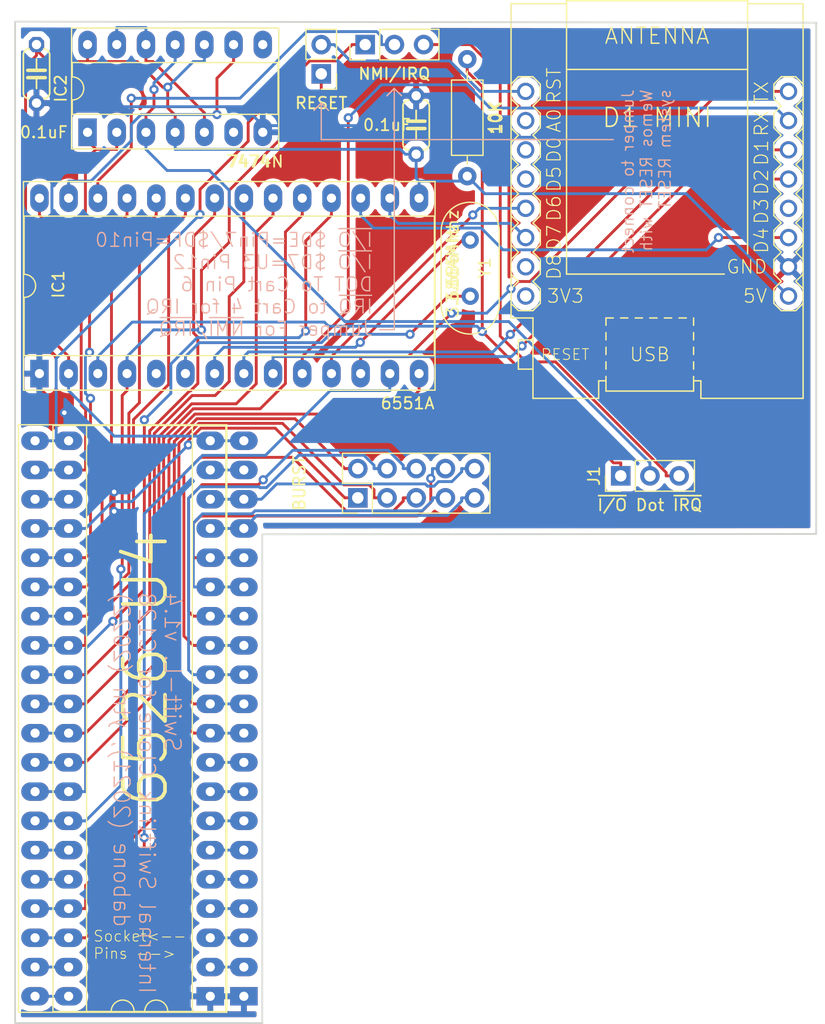
<source format=kicad_pcb>
(kicad_pcb (version 20211014) (generator pcbnew)
  (layers (0 "F.Cu" signal) (31 "B.Cu" signal) (34 "B.Paste" user) (35 "F.Paste" user) (36 "B.SilkS" user "B.Silkscreen") (37 "F.SilkS" user "F.Silkscreen") (38 "B.Mask" user) (39 "F.Mask" user) (44 "Edge.Cuts" user))
  (net 0 "")
  (net 1 "/~{I{slash}O}")
  (net 2 "/~{RESET}")
  (net 4 "GND")
  (net 5 "+5V")
  (net 6 "Net-(IC1-Pad6)")
  (net 7 "Net-(IC1-Pad7)")
  (net 8 "/RTS")
  (net 9 "/CTS")
  (net 10 "/TxD")
  (net 11 "/DTR")
  (net 12 "/RxD")
  (net 13 "/RS0")
  (net 14 "/RS1")
  (net 15 "/DCD")
  (net 16 "/DSR")
  (net 17 "/D0")
  (net 18 "/D1")
  (net 19 "/D2")
  (net 20 "/D3")
  (net 21 "/D4")
  (net 22 "/D5")
  (net 23 "/D6")
  (net 24 "/D7")
  (net 25 "/~{IRQB}")
  (net 26 "Net-(IC1-Pad27)")
  (net 27 "/R{slash}~{W}")
  (net 28 "/PHI2")
  (net 29 "/DotClock")
  (net 30 "Net-(IC2-Pad12)")
  (net 33 "/PA0")
  (net 34 "/PA1")
  (net 35 "/PA2")
  (net 36 "/PA3")
  (net 37 "/PA4")
  (net 38 "/PA5")
  (net 39 "/PA6")
  (net 40 "/PA7")
  (net 41 "/PB0")
  (net 42 "/PB1")
  (net 43 "/PB2")
  (net 44 "/PB3")
  (net 45 "/PB4")
  (net 46 "/PB5")
  (net 47 "/PB6")
  (net 48 "/PB7")
  (net 49 "/~{PC}")
  (net 50 "/TOD")
  (net 51 "/~{NMI}")
  (net 52 "/~{CS}")
  (net 53 "/~{FLAG}")
  (net 54 "/RS3")
  (net 55 "/RS2")
  (net 56 "/SP")
  (net 57 "/CNT")
  (net 64 "/~{IRQ}")
  (net 65 "/~{RESET_WiFi}")
  (footprint "Package_DIP:DIP-40_W15.24mm_Socket_LongPads" (layer "F.Cu") (at 133.223 146.177 180)
    (fp_text reference "IC3" hide)
    (fp_text value "6526")
  )
  (footprint "Connector_PinHeader_2.54mm:PinHeader_1x03_P2.54mm_Vertical" (layer "F.Cu") (at 146.7 63.5 90)
    (fp_text reference "JP1" hide)
    (fp_text value "NMI/IRQ")
  )
  (footprint "Package_DIP:DIP-14_W7.62mm_Socket_LongPads" (layer "F.Cu") (at 122.55 71.12 90)
    (fp_text reference "IC2")
    (fp_text value "7474N")
  )
  (footprint "Package_DIP:DIP-28_W15.24mm_Socket_LongPads" (layer "F.Cu") (at 118.364 92.08 90)
    (fp_text reference "IC1")
    (fp_text value "6551")
  )
  (footprint "Package_DIP:DIP-40_W15.24mm_LongPads" (layer "F.Cu") (at 136.144 146.177 180)
    (fp_text reference "IC4" hide)
    (fp_text value "6526")
  )
  (footprint "Link232-wifi:WEMOS-D1-MINI" (layer "F.Cu") (at 172.085 77.089)
    (fp_text reference "NODEMCUMINI0" hide)
    (fp_text value "WEMOS-D1-MINI" hide)
  )
  (footprint "Link232-wifi:C050-024X044" (layer "F.Cu") (at 151.13 70.485 90)
    (fp_text reference "C1" hide)
    (fp_text value ".1uf")
  )
  (footprint "Crystal:Crystal_HC49-4H_Vertical" (layer "F.Cu") (at 155.829 80.481 -90)
    (fp_text reference "Y1")
    (fp_text value "3.6864Mhz")
  )
  (footprint "Connector_PinHeader_2.54mm:PinHeader_1x02_P2.54mm_Vertical" (layer "F.Cu") (at 142.875 66.045 180)
    (fp_text reference "J3" hide)
    (fp_text value "RESET")
  )
  (footprint "Resistor_THT:R_Axial_DIN0207_L6.3mm_D2.5mm_P10.16mm_Horizontal" (layer "F.Cu") (at 155.575 74.93 90)
    (fp_text reference "R1" hide)
    (fp_text value "10K")
  )
  (footprint "Link232-wifi:C050-024X044" (layer "F.Cu") (at 118.11 66.04 -90)
    (fp_text reference "C2" hide)
    (fp_text value ".1uf")
  )
  (footprint "Connector_PinHeader_2.54mm:PinHeader_1x03_P2.54mm_Vertical" (layer "F.Cu") (at 168.925 100.965 90)
    (fp_text reference "J1")
    (fp_text value "Conn_01x03" hide)
  )
  (footprint "Connector_PinHeader_2.54mm:PinHeader_2x05_P2.54mm_Vertical" (layer "F.Cu") (at 146.055 102.875 90)
    (fp_text reference "J2" hide)
    (fp_text value "BURST")
  )
  (gr_line (start 149.225 67.31) (end 148.59 67.945) (layer "B.SilkS") (width 0.12))
  (gr_line (start 142.24 69.215) (end 142.875 68.58) (layer "B.SilkS") (width 0.12))
  (gr_line (start 149.225 88.265) (end 149.225 67.31) (layer "B.SilkS") (width 0.12))
  (gr_line (start 142.875 68.58) (end 142.24 69.215) (layer "B.SilkS") (width 0.12))
  (gr_line (start 149.86 67.945) (end 149.225 67.31) (layer "B.SilkS") (width 0.12))
  (gr_line (start 148.59 67.945) (end 149.225 67.31) (layer "B.SilkS") (width 0.12))
  (gr_line (start 142.875 71.755) (end 142.875 68.58) (layer "B.SilkS") (width 0.12))
  (gr_line (start 168.275 71.755) (end 142.875 71.755) (layer "B.SilkS") (width 0.12))
  (gr_line (start 147.955 88.265) (end 149.225 88.265) (layer "B.SilkS") (width 0.12))
  (gr_line (start 143.51 69.215) (end 142.875 68.58) (layer "B.SilkS") (width 0.12))
  (gr_line (start 116.2511 61.5036) (end 116.2511 148.5036) (layer "Edge.Cuts") (width 0.1524))
  (gr_line (start 137.7511 148.5036) (end 137.7511 106.045) (layer "Edge.Cuts") (width 0.1524))
  (gr_line (start 185.928 106.0134) (end 185.928 61.595) (layer "Edge.Cuts") (width 0.1524))
  (gr_line (start 137.7511 106.045) (end 185.928 106.0134) (layer "Edge.Cuts") (width 0.1524))
  (gr_line (start 116.2511 148.5036) (end 137.7511 148.5036) (layer "Edge.Cuts") (width 0.1524))
  (gr_line (start 185.928 61.595) (end 116.2511 61.5036) (layer "Edge.Cuts") (width 0.1524))
  (gr_text "Jumper to connect\nWemos RESET with\nsystem RESET\n" (at 173.355 67.31 90) (layer "B.SilkS") (effects (font (size 1 1) (thickness 0.12)) (justify left bottom mirror)))
  (gr_text "~{I/O} $DE=Pin7/$DF=Pin10\n~{I/O} $D7=U3 Pin12\nDOT To Cart Pin 6 \n~{IRQ} to Cart 4 for IRQ\nJumper For ~{NMI}/~{IRQ}\n" (at 147.447 88.9) (layer "B.SilkS") (effects (font (size 1.2 1.2) (thickness 0.12)) (justify left bottom mirror)))
  (gr_text "Swift-L. v1.4\nInternal Swiftlink Clone for C128\ndabone (2021), ytm (2022)" (at 130.7511 111.0036 -90) (layer "B.SilkS") (effects (font (size 1.38 1.38) (thickness 0.12)) (justify right top mirror)))
  (gr_text "BURST" (at 140.97 101.6 90) (layer "F.SilkS") (effects (font (size 1 1))))
  (gr_text "0.1uF" (at 148.59 70.485) (layer "F.SilkS") (effects (font (size 1 1))))
  (gr_text "0.1uF" (at 118.745 71.12) (layer "F.SilkS") (effects (font (size 1 1))))
  (gr_text "NMI/IRQ" (at 149.225 66.04) (layer "F.SilkS") (effects (font (size 1 1))))
  (gr_text "6526 U4" (at 129.7511 130.0036 90) (layer "F.SilkS") (effects (font (size 3.68 3.68) (thickness 0.32)) (justify left bottom)))
  (gr_text "6551A" (at 147.955 95.25) (layer "F.SilkS") (effects (font (size 1 1)) (justify left bottom)))
  (gr_text "RESET" (at 142.875 68.58) (layer "F.SilkS") (effects (font (size 1 1))))
  (gr_text "7474" (at 136.525 73.66) (layer "F.SilkS") (effects (font (size 1 1))))
  (gr_text "Socket<--\nPins -->" (at 123.0011 143.0036) (layer "F.SilkS") (effects (font (size 0.93472 0.93472) (thickness 0.08128)) (justify left bottom)))
  (gr_text "3.6864Mhz" (at 154.305 81.915 90) (layer "F.SilkS") (effects (font (size 1 1))))
  (gr_text "10K" (at 158.115 69.85 90) (layer "F.SilkS") (effects (font (size 1 1))))
  (segment (start 156.8794 88.4222) (end 168.2945 99.8373) (width 0.25) (layer "F.Cu") (net 1))
  (segment (start 155.575 64.77) (end 155.575 65.8477) (width 0.25) (layer "F.Cu") (net 1))
  (segment (start 156.8794 67.1521) (end 155.575 65.8477) (width 0.25) (layer "F.Cu") (net 1))
  (segment (start 168.2945 99.8373) (end 168.925 99.8373) (width 0.25) (layer "F.Cu") (net 1))
  (segment (start 156.8794 88.4222) (end 156.8794 67.1521) (width 0.25) (layer "F.Cu") (net 1))
  (segment (start 168.925 100.965) (end 168.925 99.8373) (width 0.25) (layer "F.Cu") (net 1))
  (via (at 156.8794 88.4222) (size 0.8) (drill 0.4) (layers "F.Cu" "B.Cu") (net 1))
  (segment (start 123.444 92.08) (end 123.444 90.6023) (width 0.25) (layer "B.Cu") (net 1))
  (segment (start 143.1489 87.6058) (end 126.4405 87.6058) (width 0.25) (layer "B.Cu") (net 1))
  (segment (start 126.4405 87.6058) (end 123.444 90.6023) (width 0.25) (layer "B.Cu") (net 1))
  (segment (start 156.4211 87.9639) (end 143.507 87.9639) (width 0.25) (layer "B.Cu") (net 1))
  (segment (start 143.507 87.9639) (end 143.1489 87.6058) (width 0.25) (layer "B.Cu") (net 1))
  (segment (start 156.8794 88.4222) (end 156.4211 87.9639) (width 0.25) (layer "B.Cu") (net 1))
  (segment (start 125.5641 108.9516) (end 125.4464 109.0693) (width 0.25) (layer "F.Cu") (net 2))
  (segment (start 134.874 76.1548) (end 142.875 68.1538) (width 0.25) (layer "F.Cu") (net 2))
  (segment (start 125.984 92.08) (end 125.984 93.5577) (width 0.25) (layer "F.Cu") (net 2))
  (segment (start 125.5641 93.9776) (end 125.5641 108.9516) (width 0.25) (layer "F.Cu") (net 2))
  (segment (start 134.874 80.6748) (end 134.874 76.1548) (width 0.25) (layer "F.Cu") (net 2))
  (segment (start 125.984 93.5577) (end 125.5641 93.9776) (width 0.25) (layer "F.Cu") (net 2))
  (segment (start 142.875 68.1538) (end 142.875 66.045) (width 0.25) (layer "F.Cu") (net 2))
  (segment (start 132.4561 83.0927) (end 134.874 80.6748) (width 0.25) (layer "F.Cu") (net 2))
  (segment (start 132.4561 88.2835) (end 132.4561 83.0927) (width 0.25) (layer "F.Cu") (net 2))
  (via (at 125.4464 109.0693) (size 0.8) (drill 0.4) (layers "F.Cu" "B.Cu") (net 2))
  (via (at 132.4561 88.2835) (size 0.8) (drill 0.4) (layers "F.Cu" "B.Cu") (net 2))
  (segment (start 125.984 92.08) (end 125.984 90.6023) (width 0.25) (layer "B.Cu") (net 2))
  (segment (start 125.984 90.6023) (end 128.3028 88.2835) (width 0.25) (layer "B.Cu") (net 2))
  (segment (start 117.983 130.937) (end 120.904 130.937) (width 0.25) (layer "B.Cu") (net 2))
  (segment (start 122.3817 130.937) (end 125.4464 127.8723) (width 0.25) (layer "B.Cu") (net 2))
  (segment (start 128.3028 88.2835) (end 132.4561 88.2835) (width 0.25) (layer "B.Cu") (net 2))
  (segment (start 125.4464 127.8723) (end 125.4464 109.0693) (width 0.25) (layer "B.Cu") (net 2))
  (segment (start 120.904 130.937) (end 122.3817 130.937) (width 0.25) (layer "B.Cu") (net 2))
  (segment (start 118.6087 93.5577) (end 120.5296 95.4786) (width 0.25) (layer "F.Cu") (net 4))
  (segment (start 118.364 92.08) (end 118.364 93.5577) (width 0.25) (layer "F.Cu") (net 4))
  (segment (start 124.8622 102.3591) (end 124.8622 104.0544) (width 0.25) (layer "F.Cu") (net 4))
  (segment (start 118.364 93.5577) (end 118.6087 93.5577) (width 0.25) (layer "F.Cu") (net 4))
  (via (at 124.8622 102.3591) (size 0.8) (drill 0.4) (layers "F.Cu" "B.Cu") (net 4))
  (via (at 124.8622 104.0544) (size 0.8) (drill 0.4) (layers "F.Cu" "B.Cu") (net 4))
  (via (at 120.5296 95.4786) (size 0.8) (drill 0.4) (layers "F.Cu" "B.Cu") (net 4))
  (segment (start 124.8622 102.3591) (end 124.8622 99.8112) (width 0.25) (layer "B.Cu") (net 4))
  (segment (start 151.13 67.945) (end 150.1906 67.945) (width 0.25) (layer "B.Cu") (net 4))
  (segment (start 133.223 146.177) (end 131.7453 146.177) (width 0.25) (layer "B.Cu") (net 4))
  (segment (start 137.79 71.12) (end 137.79 70.5209) (width 0.25) (layer "B.Cu") (net 4))
  (segment (start 126.8025 105.9947) (end 126.8025 141.2342) (width 0.25) (layer "B.Cu") (net 4))
  (segment (start 119.3681 68.8987) (end 119.4505 68.8987) (width 0.25) (layer "B.Cu") (net 4))
  (segment (start 147.595 70.5406) (end 150.1906 67.945) (width 0.25) (layer "B.Cu") (net 4))
  (segment (start 155.6764 71.552) (end 152.0694 67.945) (width 0.25) (layer "B.Cu") (net 4))
  (segment (start 136.144 146.177) (end 133.223 146.177) (width 0.25) (layer "B.Cu") (net 4))
  (segment (start 126.8025 141.2342) (end 131.7453 146.177) (width 0.25) (layer "B.Cu") (net 4))
  (segment (start 137.8097 70.5406) (end 147.595 70.5406) (width 0.25) (layer "B.Cu") (net 4))
  (segment (start 119.0494 68.58) (end 119.3681 68.8987) (width 0.25) (layer "B.Cu") (net 4))
  (segment (start 136.1678 68.8987) (end 137.79 70.5209) (width 0.25) (layer "B.Cu") (net 4))
  (segment (start 119.4505 78.2843) (end 118.364 79.3708) (width 0.25) (layer "B.Cu") (net 4))
  (segment (start 124.8622 104.0544) (end 126.8025 105.9947) (width 0.25) (layer "B.Cu") (net 4))
  (segment (start 183.515 82.804) (end 172.263 71.552) (width 0.25) (layer "B.Cu") (net 4))
  (segment (start 118.364 79.3708) (end 118.364 92.08) (width 0.25) (layer "B.Cu") (net 4))
  (segment (start 151.13 67.945) (end 152.0694 67.945) (width 0.25) (layer "B.Cu") (net 4))
  (segment (start 119.4505 68.8987) (end 136.1678 68.8987) (width 0.25) (layer "B.Cu") (net 4))
  (segment (start 172.263 71.552) (end 155.6764 71.552) (width 0.25) (layer "B.Cu") (net 4))
  (segment (start 137.79 70.5209) (end 137.8097 70.5406) (width 0.25) (layer "B.Cu") (net 4))
  (segment (start 124.8622 99.8112) (end 120.5296 95.4786) (width 0.25) (layer "B.Cu") (net 4))
  (segment (start 118.11 68.58) (end 119.0494 68.58) (width 0.25) (layer "B.Cu") (net 4))
  (segment (start 119.4505 68.8987) (end 119.4505 78.2843) (width 0.25) (layer "B.Cu") (net 4))
  (segment (start 129.5226 67.1995) (end 129.5226 68.9949) (width 0.25) (layer "F.Cu") (net 5))
  (segment (start 118.11 63.9697) (end 118.11 64.4394) (width 0.25) (layer "F.Cu") (net 5))
  (segment (start 120.904 92.08) (end 120.904 90.6023) (width 0.25) (layer "F.Cu") (net 5))
  (segment (start 118.11 63.5) (end 118.11 63.9697) (width 0.25) (layer "F.Cu") (net 5))
  (segment (start 118.11 64.4394) (end 117.1599 65.3895) (width 0.25) (layer "F.Cu") (net 5))
  (segment (start 129.5226 68.9949) (end 130.17 69.6423) (width 0.25) (layer "F.Cu") (net 5))
  (segment (start 117.1599 86.8582) (end 120.904 90.6023) (width 0.25) (layer "F.Cu") (net 5))
  (segment (start 129.5226 67.1995) (end 129.0862 67.1995) (width 0.25) (layer "F.Cu") (net 5))
  (segment (start 126.8644 64.9777) (end 122.55 64.9777) (width 0.25) (layer "F.Cu") (net 5))
  (segment (start 118.11 63.9697) (end 119.118 64.9777) (width 0.25) (layer "F.Cu") (net 5))
  (segment (start 129.0862 67.1995) (end 126.8644 64.9777) (width 0.25) (layer "F.Cu") (net 5))
  (segment (start 122.55 63.5) (end 122.55 64.9777) (width 0.25) (layer "F.Cu") (net 5))
  (segment (start 130.17 71.12) (end 130.17 69.6423) (width 0.25) (layer "F.Cu") (net 5))
  (segment (start 117.1599 65.3895) (end 117.1599 86.8582) (width 0.25) (layer "F.Cu") (net 5))
  (segment (start 119.118 64.9777) (end 122.55 64.9777) (width 0.25) (layer "F.Cu") (net 5))
  (via (at 129.5226 67.1995) (size 0.8) (drill 0.4) (layers "F.Cu" "B.Cu") (net 5))
  (segment (start 120.904 92.08) (end 120.904 93.5577) (width 0.25) (layer "B.Cu") (net 5))
  (segment (start 120.904 93.5577) (end 124.8603 97.514) (width 0.25) (layer "B.Cu") (net 5))
  (segment (start 132.71 63.5) (end 132.71 64.9777) (width 0.25) (layer "B.Cu") (net 5))
  (segment (start 131.7444 64.9777) (end 129.5226 67.1995) (width 0.25) (layer "B.Cu") (net 5))
  (segment (start 130.17 71.12) (end 130.17 72.5977) (width 0.25) (layer "B.Cu") (net 5))
  (segment (start 151.13 73.025) (end 150.1906 73.025) (width 0.25) (layer "B.Cu") (net 5))
  (segment (start 136.144 97.917) (end 134.6663 97.917) (width 0.25) (layer "B.Cu") (net 5))
  (segment (start 174.625 76.454) (end 183.515 85.344) (width 0.25) (layer "B.Cu") (net 5))
  (segment (start 151.13 73.025) (end 151.13 75.1083) (width 0.25) (layer "B.Cu") (net 5))
  (segment (start 155.575 74.93) (end 155.1427 75.3623) (width 0.25) (layer "B.Cu") (net 5))
  (segment (start 124.8603 97.514) (end 132.82 97.514) (width 0.25) (layer "B.Cu") (net 5))
  (segment (start 133.223 97.917) (end 134.6663 97.917) (width 0.25) (layer "B.Cu") (net 5))
  (segment (start 151.13 75.1083) (end 151.384 75.3623) (width 0.25) (layer "B.Cu") (net 5))
  (segment (start 157.099 76.454) (end 174.625 76.454) (width 0.25) (layer "B.Cu") (net 5))
  (segment (start 155.1427 75.3623) (end 151.384 75.3623) (width 0.25) (layer "B.Cu") (net 5))
  (segment (start 155.575 74.93) (end 157.099 76.454) (width 0.25) (layer "B.Cu") (net 5))
  (segment (start 132.71 64.9777) (end 131.7444 64.9777) (width 0.25) (layer "B.Cu") (net 5))
  (segment (start 132.82 97.514) (end 133.223 97.917) (width 0.25) (layer "B.Cu") (net 5))
  (segment (start 151.384 76.84) (end 151.384 75.3623) (width 0.25) (layer "B.Cu") (net 5))
  (segment (start 130.17 72.5977) (end 149.7633 72.5977) (width 0.25) (layer "B.Cu") (net 5))
  (segment (start 149.7633 72.5977) (end 150.1906 73.025) (width 0.25) (layer "B.Cu") (net 5))
  (segment (start 155.829 85.361) (end 153.9061 85.361) (width 0.25) (layer "F.Cu") (net 6))
  (segment (start 153.9061 85.361) (end 150.5986 88.6685) (width 0.25) (layer "F.Cu") (net 6))
  (via (at 150.5986 88.6685) (size 0.8) (drill 0.4) (layers "F.Cu" "B.Cu") (net 6))
  (segment (start 132.272 89.3943) (end 132.272 89.3942) (width 0.25) (layer "B.Cu") (net 6))
  (segment (start 131.064 90.6023) (end 132.272 89.3943) (width 0.25) (layer "B.Cu") (net 6))
  (segment (start 142.8973 89.3942) (end 143.623 88.6685) (width 0.25) (layer "B.Cu") (net 6))
  (segment (start 131.064 92.08) (end 131.064 90.6023) (width 0.25) (layer "B.Cu") (net 6))
  (segment (start 143.623 88.6685) (end 150.5986 88.6685) (width 0.25) (layer "B.Cu") (net 6))
  (segment (start 132.272 89.3942) (end 142.8973 89.3942) (width 0.25) (layer "B.Cu") (net 6))
  (segment (start 155.1583 80.481) (end 146.2718 89.3675) (width 0.25) (layer "F.Cu") (net 7))
  (segment (start 155.829 80.481) (end 155.1583 80.481) (width 0.25) (layer "F.Cu") (net 7))
  (via (at 146.2718 89.3675) (size 0.8) (drill 0.4) (layers "F.Cu" "B.Cu") (net 7))
  (segment (start 145.8424 89.7969) (end 134.4094 89.7969) (width 0.25) (layer "B.Cu") (net 7))
  (segment (start 133.604 92.08) (end 133.604 90.6023) (width 0.25) (layer "B.Cu") (net 7))
  (segment (start 134.4094 89.7969) (end 133.604 90.6023) (width 0.25) (layer "B.Cu") (net 7))
  (segment (start 146.2718 89.3675) (end 145.8424 89.7969) (width 0.25) (layer "B.Cu") (net 7))
  (segment (start 175.3586 72.644) (end 159.3249 88.6777) (width 0.25) (layer "F.Cu") (net 8))
  (segment (start 183.515 72.644) (end 175.3586 72.644) (width 0.25) (layer "F.Cu") (net 8))
  (via (at 159.3249 88.6777) (size 0.8) (drill 0.4) (layers "F.Cu" "B.Cu") (net 8))
  (segment (start 157.803 90.1996) (end 159.3249 88.6777) (width 0.25) (layer "B.Cu") (net 8))
  (segment (start 136.5467 90.1996) (end 157.803 90.1996) (width 0.25) (layer "B.Cu") (net 8))
  (segment (start 136.144 90.6023) (end 136.5467 90.1996) (width 0.25) (layer "B.Cu") (net 8))
  (segment (start 136.144 92.08) (end 136.144 90.6023) (width 0.25) (layer "B.Cu") (net 8))
  (segment (start 183.515 75.184) (end 174.844 75.184) (width 0.25) (layer "F.Cu") (net 9))
  (segment (start 174.844 75.184) (end 160.3414 89.6866) (width 0.25) (layer "F.Cu") (net 9))
  (via (at 160.3414 89.6866) (size 0.8) (drill 0.4) (layers "F.Cu" "B.Cu") (net 9))
  (segment (start 159.4257 90.6023) (end 160.3414 89.6866) (width 0.25) (layer "B.Cu") (net 9))
  (segment (start 138.684 90.6023) (end 159.4257 90.6023) (width 0.25) (layer "B.Cu") (net 9))
  (segment (start 138.684 92.08) (end 138.684 90.6023) (width 0.25) (layer "B.Cu") (net 9))
  (segment (start 145.2262 86.6001) (end 145.2262 69.8629) (width 0.25) (layer "F.Cu") (net 10))
  (segment (start 141.224 92.08) (end 141.224 90.6023) (width 0.25) (layer "F.Cu") (net 10))
  (segment (start 141.224 90.6023) (end 145.2262 86.6001) (width 0.25) (layer "F.Cu") (net 10))
  (via (at 145.2262 69.8629) (size 0.8) (drill 0.4) (layers "F.Cu" "B.Cu") (net 10))
  (segment (start 182.4226 69.0116) (end 157.5666 69.0116) (width 0.25) (layer "B.Cu") (net 10))
  (segment (start 148.0963 66.9928) (end 145.2262 69.8629) (width 0.25) (layer "B.Cu") (net 10))
  (segment (start 157.5666 69.0116) (end 155.5478 66.9928) (width 0.25) (layer "B.Cu") (net 10))
  (segment (start 155.5478 66.9928) (end 148.0963 66.9928) (width 0.25) (layer "B.Cu") (net 10))
  (segment (start 183.515 70.104) (end 182.4226 69.0116) (width 0.25) (layer "B.Cu") (net 10))
  (segment (start 156.056 78.3103) (end 156.056 78.299) (width 0.25) (layer "F.Cu") (net 11))
  (segment (start 143.764 90.6023) (end 156.056 78.3103) (width 0.25) (layer "F.Cu") (net 11))
  (segment (start 143.764 92.08) (end 143.764 90.6023) (width 0.25) (layer "F.Cu") (net 11))
  (via (at 156.056 78.299) (size 0.8) (drill 0.4) (layers "F.Cu" "B.Cu") (net 11))
  (segment (start 156.631 77.724) (end 156.056 78.299) (width 0.25) (layer "B.Cu") (net 11))
  (segment (start 160.655 77.724) (end 156.631 77.724) (width 0.25) (layer "B.Cu") (net 11))
  (segment (start 146.304 92.08) (end 146.304 90.6023) (width 0.25) (layer "F.Cu") (net 12))
  (segment (start 154.2013 86.8317) (end 150.4307 90.6023) (width 0.25) (layer "F.Cu") (net 12))
  (segment (start 160.0084 84.0814) (end 159.3776 84.7122) (width 0.25) (layer "F.Cu") (net 12))
  (segment (start 161.0382 84.0814) (end 160.0084 84.0814) (width 0.25) (layer "F.Cu") (net 12))
  (segment (start 177.5556 67.564) (end 161.0382 84.0814) (width 0.25) (layer "F.Cu") (net 12))
  (segment (start 183.515 67.564) (end 177.5556 67.564) (width 0.25) (layer "F.Cu") (net 12))
  (segment (start 150.4307 90.6023) (end 146.304 90.6023) (width 0.25) (layer "F.Cu") (net 12))
  (via (at 159.3776 84.7122) (size 0.8) (drill 0.4) (layers "F.Cu" "B.Cu") (net 12))
  (via (at 154.2013 86.8317) (size 0.8) (drill 0.4) (layers "F.Cu" "B.Cu") (net 12))
  (segment (start 157.2581 86.8317) (end 154.2013 86.8317) (width 0.25) (layer "B.Cu") (net 12))
  (segment (start 159.3776 84.7122) (end 157.2581 86.8317) (width 0.25) (layer "B.Cu") (net 12))
  (segment (start 122.3817 141.097) (end 127.4802 135.9985) (width 0.25) (layer "F.Cu") (net 13))
  (segment (start 127.4802 135.9985) (end 127.4802 132.4005) (width 0.25) (layer "F.Cu") (net 13))
  (segment (start 120.904 141.097) (end 122.3817 141.097) (width 0.25) (layer "F.Cu") (net 13))
  (via (at 127.4802 132.4005) (size 0.8) (drill 0.4) (layers "F.Cu" "B.Cu") (net 13))
  (segment (start 132.5534 99.187) (end 138.0212 99.187) (width 0.25) (layer "B.Cu") (net 13))
  (segment (start 138.0212 99.187) (end 143.6505 93.5577) (width 0.25) (layer "B.Cu") (net 13))
  (segment (start 127.4802 132.4005) (end 127.4802 104.2602) (width 0.25) (layer "B.Cu") (net 13))
  (segment (start 127.4802 104.2602) (end 132.5534 99.187) (width 0.25) (layer "B.Cu") (net 13))
  (segment (start 143.6505 93.5577) (end 148.844 93.5577) (width 0.25) (layer "B.Cu") (net 13))
  (segment (start 148.844 92.08) (end 148.844 93.5577) (width 0.25) (layer "B.Cu") (net 13))
  (segment (start 117.983 141.097) (end 120.904 141.097) (width 0.25) (layer "B.Cu") (net 13))
  (segment (start 131.8847 95.5994) (end 129.6294 97.8547) (width 0.25) (layer "F.Cu") (net 14))
  (segment (start 129.6294 129.2929) (end 122.3817 136.5406) (width 0.25) (layer "F.Cu") (net 14))
  (segment (start 149.3423 95.5994) (end 131.8847 95.5994) (width 0.25) (layer "F.Cu") (net 14))
  (segment (start 151.384 93.5577) (end 149.3423 95.5994) (width 0.25) (layer "F.Cu") (net 14))
  (segment (start 129.6294 97.8547) (end 129.6294 129.2929) (width 0.25) (layer "F.Cu") (net 14))
  (segment (start 122.3817 136.5406) (end 122.3817 138.557) (width 0.25) (layer "F.Cu") (net 14))
  (segment (start 120.904 138.557) (end 122.3817 138.557) (width 0.25) (layer "F.Cu") (net 14))
  (segment (start 151.384 92.08) (end 151.384 93.5577) (width 0.25) (layer "F.Cu") (net 14))
  (segment (start 120.904 138.557) (end 117.983 138.557) (width 0.25) (layer "B.Cu") (net 14))
  (segment (start 159.4266 79.0356) (end 149.5619 79.0356) (width 0.25) (layer "B.Cu") (net 15))
  (segment (start 160.655 80.264) (end 159.4266 79.0356) (width 0.25) (layer "B.Cu") (net 15))
  (segment (start 149.5619 79.0356) (end 148.844 78.3177) (width 0.25) (layer "B.Cu") (net 15))
  (segment (start 148.844 76.84) (end 148.844 78.3177) (width 0.25) (layer "B.Cu") (net 15))
  (segment (start 183.515 80.264) (end 177.4323 80.264) (width 0.25) (layer "F.Cu") (net 16))
  (via (at 177.4323 80.264) (size 0.8) (drill 0.4) (layers "F.Cu" "B.Cu") (net 16))
  (segment (start 147.4247 79.4384) (end 156.7916 79.4384) (width 0.25) (layer "B.Cu") (net 16))
  (segment (start 158.6853 81.3321) (end 176.3642 81.3321) (width 0.25) (layer "B.Cu") (net 16))
  (segment (start 176.3642 81.3321) (end 177.4323 80.264) (width 0.25) (layer "B.Cu") (net 16))
  (segment (start 156.7916 79.4384) (end 158.6853 81.3321) (width 0.25) (layer "B.Cu") (net 16))
  (segment (start 146.304 76.84) (end 146.304 78.3177) (width 0.25) (layer "B.Cu") (net 16))
  (segment (start 146.304 78.3177) (end 147.4247 79.4384) (width 0.25) (layer "B.Cu") (net 16))
  (segment (start 143.764 76.84) (end 143.764 78.3177) (width 0.25) (layer "F.Cu") (net 17))
  (segment (start 124.752 113.6054) (end 127.488 110.8694) (width 0.25) (layer "F.Cu") (net 17))
  (segment (start 127.488 110.8694) (end 127.488 96.0989) (width 0.25) (layer "F.Cu") (net 17))
  (segment (start 143.764 78.3177) (end 141.5265 80.5552) (width 0.25) (layer "F.Cu") (net 17))
  (segment (start 141.5265 80.5552) (end 141.5265 88.3743) (width 0.25) (layer "F.Cu") (net 17))
  (via (at 124.752 113.6054) (size 0.8) (drill 0.4) (layers "F.Cu" "B.Cu") (net 17))
  (via (at 141.5265 88.3743) (size 0.8) (drill 0.4) (layers "F.Cu" "B.Cu") (net 17))
  (via (at 127.488 96.0989) (size 0.8) (drill 0.4) (layers "F.Cu" "B.Cu") (net 17))
  (segment (start 132.0858 88.9613) (end 129.794 91.2531) (width 0.25) (layer "B.Cu") (net 17))
  (segment (start 141.5265 88.3743) (end 140.9395 88.9613) (width 0.25) (layer "B.Cu") (net 17))
  (segment (start 129.794 91.2531) (end 129.794 93.7929) (width 0.25) (layer "B.Cu") (net 17))
  (segment (start 117.983 128.397) (end 120.904 128.397) (width 0.25) (layer "B.Cu") (net 17))
  (segment (start 129.794 93.7929) (end 127.488 96.0989) (width 0.25) (layer "B.Cu") (net 17))
  (segment (start 140.9395 88.9613) (end 132.0858 88.9613) (width 0.25) (layer "B.Cu") (net 17))
  (segment (start 120.904 128.397) (end 122.3817 128.397) (width 0.25) (layer "B.Cu") (net 17))
  (segment (start 122.3817 128.397) (end 122.3817 115.9757) (width 0.25) (layer "B.Cu") (net 17))
  (segment (start 122.3817 115.9757) (end 124.752 113.6054) (width 0.25) (layer "B.Cu") (net 17))
  (segment (start 139.7618 79.7799) (end 141.224 78.3177) (width 0.25) (layer "F.Cu") (net 18))
  (segment (start 129.1643 119.0744) (end 129.1643 97.7197) (width 0.25) (layer "F.Cu") (net 18))
  (segment (start 131.7462 95.1378) (end 137.5666 95.1378) (width 0.25) (layer "F.Cu") (net 18))
  (segment (start 122.3817 125.857) (end 129.1643 119.0744) (width 0.25) (layer "F.Cu") (net 18))
  (segment (start 137.5666 95.1378) (end 139.7618 92.9426) (width 0.25) (layer "F.Cu") (net 18))
  (segment (start 129.1643 97.7197) (end 131.7462 95.1378) (width 0.25) (layer "F.Cu") (net 18))
  (segment (start 120.904 125.857) (end 122.3817 125.857) (width 0.25) (layer "F.Cu") (net 18))
  (segment (start 139.7618 92.9426) (end 139.7618 79.7799) (width 0.25) (layer "F.Cu") (net 18))
  (segment (start 141.224 76.84) (end 141.224 78.3177) (width 0.25) (layer "F.Cu") (net 18))
  (segment (start 120.904 125.857) (end 117.983 125.857) (width 0.25) (layer "B.Cu") (net 18))
  (segment (start 120.904 123.317) (end 122.3817 123.317) (width 0.25) (layer "F.Cu") (net 19))
  (segment (start 128.7616 97.5515) (end 131.6074 94.7057) (width 0.25) (layer "F.Cu") (net 19))
  (segment (start 131.6074 94.7057) (end 135.4787 94.7057) (width 0.25) (layer "F.Cu") (net 19))
  (segment (start 128.7616 116.9371) (end 128.7616 97.5515) (width 0.25) (layer "F.Cu") (net 19))
  (segment (start 138.684 76.84) (end 138.684 78.3177) (width 0.25) (layer "F.Cu") (net 19))
  (segment (start 137.2218 92.9626) (end 137.2218 79.7799) (width 0.25) (layer "F.Cu") (net 19))
  (segment (start 137.2218 79.7799) (end 138.684 78.3177) (width 0.25) (layer "F.Cu") (net 19))
  (segment (start 135.4787 94.7057) (end 137.2218 92.9626) (width 0.25) (layer "F.Cu") (net 19))
  (segment (start 122.3817 123.317) (end 128.7616 116.9371) (width 0.25) (layer "F.Cu") (net 19))
  (segment (start 120.904 123.317) (end 117.983 123.317) (width 0.25) (layer "B.Cu") (net 19))
  (segment (start 131.6476 93.9886) (end 128.3588 97.2774) (width 0.25) (layer "F.Cu") (net 20))
  (segment (start 134.874 85.3791) (end 134.874 92.7626) (width 0.25) (layer "F.Cu") (net 20))
  (segment (start 134.874 92.7626) (end 133.648 93.9886) (width 0.25) (layer "F.Cu") (net 20))
  (segment (start 136.144 84.1091) (end 134.874 85.3791) (width 0.25) (layer "F.Cu") (net 20))
  (segment (start 128.3588 97.2774) (end 128.3588 114.7999) (width 0.25) (layer "F.Cu") (net 20))
  (segment (start 136.144 76.84) (end 136.144 78.3177) (width 0.25) (layer "F.Cu") (net 20))
  (segment (start 128.3588 114.7999) (end 122.3817 120.777) (width 0.25) (layer "F.Cu") (net 20))
  (segment (start 136.144 78.3177) (end 136.144 84.1091) (width 0.25) (layer "F.Cu") (net 20))
  (segment (start 120.904 120.777) (end 122.3817 120.777) (width 0.25) (layer "F.Cu") (net 20))
  (segment (start 133.648 93.9886) (end 131.6476 93.9886) (width 0.25) (layer "F.Cu") (net 20))
  (segment (start 120.904 120.777) (end 117.983 120.777) (width 0.25) (layer "B.Cu") (net 20))
  (segment (start 131.7784 80.1433) (end 131.7784 88.5642) (width 0.25) (layer "F.Cu") (net 21))
  (segment (start 131.7784 88.5642) (end 132.1437 88.9295) (width 0.25) (layer "F.Cu") (net 21))
  (segment (start 132.1437 92.9424) (end 131.5002 93.5859) (width 0.25) (layer "F.Cu") (net 21))
  (segment (start 132.1437 88.9295) (end 132.1437 92.9424) (width 0.25) (layer "F.Cu") (net 21))
  (segment (start 131.4237 93.5859) (end 127.9561 97.0535) (width 0.25) (layer "F.Cu") (net 21))
  (segment (start 127.9561 97.0535) (end 127.9561 112.6626) (width 0.25) (layer "F.Cu") (net 21))
  (segment (start 127.9561 112.6626) (end 122.3817 118.237) (width 0.25) (layer "F.Cu") (net 21))
  (segment (start 133.604 78.3177) (end 131.7784 80.1433) (width 0.25) (layer "F.Cu") (net 21))
  (segment (start 120.904 118.237) (end 122.3817 118.237) (width 0.25) (layer "F.Cu") (net 21))
  (segment (start 131.5002 93.5859) (end 131.4237 93.5859) (width 0.25) (layer "F.Cu") (net 21))
  (segment (start 133.604 76.84) (end 133.604 78.3177) (width 0.25) (layer "F.Cu") (net 21))
  (segment (start 120.904 118.237) (end 117.983 118.237) (width 0.25) (layer "B.Cu") (net 21))
  (segment (start 122.3817 114.2193) (end 126.5469 110.0541) (width 0.25) (layer "F.Cu") (net 22))
  (segment (start 129.6018 79.7799) (end 131.064 78.3177) (width 0.25) (layer "F.Cu") (net 22))
  (segment (start 122.3817 115.697) (end 122.3817 114.2193) (width 0.25) (layer "F.Cu") (net 22))
  (segment (start 126.5469 96.0816) (end 129.6018 93.0267) (width 0.25) (layer "F.Cu") (net 22))
  (segment (start 129.6018 93.0267) (end 129.6018 79.7799) (width 0.25) (layer "F.Cu") (net 22))
  (segment (start 131.064 76.84) (end 131.064 78.3177) (width 0.25) (layer "F.Cu") (net 22))
  (segment (start 120.904 115.697) (end 122.3817 115.697) (width 0.25) (layer "F.Cu") (net 22))
  (segment (start 126.5469 110.0541) (end 126.5469 96.0816) (width 0.25) (layer "F.Cu") (net 22))
  (segment (start 120.904 115.697) (end 117.983 115.697) (width 0.25) (layer "B.Cu") (net 22))
  (segment (start 128.524 78.3177) (end 127.0618 79.7799) (width 0.25) (layer "F.Cu") (net 23))
  (segment (start 126.1441 109.3946) (end 122.3817 113.157) (width 0.25) (layer "F.Cu") (net 23))
  (segment (start 127.0618 79.7799) (end 127.0618 94.6153) (width 0.25) (layer "F.Cu") (net 23))
  (segment (start 120.904 113.157) (end 122.3817 113.157) (width 0.25) (layer "F.Cu") (net 23))
  (segment (start 126.1441 95.533) (end 126.1441 109.3946) (width 0.25) (layer "F.Cu") (net 23))
  (segment (start 127.0618 94.6153) (end 126.1441 95.533) (width 0.25) (layer "F.Cu") (net 23))
  (segment (start 128.524 76.84) (end 128.524 78.3177) (width 0.25) (layer "F.Cu") (net 23))
  (segment (start 120.904 113.157) (end 117.983 113.157) (width 0.25) (layer "B.Cu") (net 23))
  (segment (start 120.904 110.617) (end 122.3817 110.617) (width 0.25) (layer "F.Cu") (net 24))
  (segment (start 124.6301 101.6067) (end 123.8118 102.425) (width 0.25) (layer "F.Cu") (net 24))
  (segment (start 125.984 78.3177) (end 124.6301 79.6716) (width 0.25) (layer "F.Cu") (net 24))
  (segment (start 123.8118 109.1869) (end 122.3817 110.617) (width 0.25) (layer "F.Cu") (net 24))
  (segment (start 123.8118 102.425) (end 123.8118 109.1869) (width 0.25) (layer "F.Cu") (net 24))
  (segment (start 124.6301 79.6716) (end 124.6301 101.6067) (width 0.25) (layer "F.Cu") (net 24))
  (segment (start 125.984 76.84) (end 125.984 78.3177) (width 0.25) (layer "F.Cu") (net 24))
  (segment (start 120.904 110.617) (end 117.983 110.617) (width 0.25) (layer "B.Cu") (net 24))
  (segment (start 123.444 76.84) (end 123.444 75.3623) (width 0.25) (layer "F.Cu") (net 25))
  (segment (start 123.444 75.3623) (end 126.3534 72.4529) (width 0.25) (layer "F.Cu") (net 25))
  (segment (start 126.3534 72.4529) (end 126.3534 68.1627) (width 0.25) (layer "F.Cu") (net 25))
  (via (at 126.3534 68.1627) (size 0.8) (drill 0.4) (layers "F.Cu" "B.Cu") (net 25))
  (segment (start 135.8125 68.1627) (end 126.3534 68.1627) (width 0.25) (layer "B.Cu") (net 25))
  (segment (start 149.24 63.5) (end 148.1123 63.5) (width 0.25) (layer "B.Cu") (net 25))
  (segment (start 148.1123 63.5) (end 148.1123 62.7851) (width 0.25) (layer "B.Cu") (net 25))
  (segment (start 147.6994 62.3722) (end 141.603 62.3722) (width 0.25) (layer "B.Cu") (net 25))
  (segment (start 148.1123 62.7851) (end 147.6994 62.3722) (width 0.25) (layer "B.Cu") (net 25))
  (segment (start 141.603 62.3722) (end 135.8125 68.1627) (width 0.25) (layer "B.Cu") (net 25))
  (segment (start 135.25 63.5) (end 135.25 64.9777) (width 0.25) (layer "F.Cu") (net 26))
  (segment (start 135.25 64.9777) (end 133.8043 66.4234) (width 0.25) (layer "F.Cu") (net 26))
  (segment (start 133.8043 66.4234) (end 133.8043 69.5766) (width 0.25) (layer "F.Cu") (net 26))
  (via (at 133.8043 69.5766) (size 0.8) (drill 0.4) (layers "F.Cu" "B.Cu") (net 26))
  (segment (start 126.36 71.8479) (end 126.36 70.4262) (width 0.25) (layer "B.Cu") (net 26))
  (segment (start 120.904 75.3623) (end 122.8456 75.3623) (width 0.25) (layer "B.Cu") (net 26))
  (segment (start 122.8456 75.3623) (end 126.36 71.8479) (width 0.25) (layer "B.Cu") (net 26))
  (segment (start 127.2096 69.5766) (end 133.8043 69.5766) (width 0.25) (layer "B.Cu") (net 26))
  (segment (start 126.36 70.4262) (end 127.2096 69.5766) (width 0.25) (layer "B.Cu") (net 26))
  (segment (start 120.904 76.84) (end 120.904 75.3623) (width 0.25) (layer "B.Cu") (net 26))
  (segment (start 118.364 78.3177) (end 121.9966 81.9503) (width 0.25) (layer "F.Cu") (net 27))
  (segment (start 122.3817 95.216) (end 122.3817 100.457) (width 0.25) (layer "F.Cu") (net 27))
  (segment (start 121.9966 81.9503) (end 121.9966 94.8309) (width 0.25) (layer "F.Cu") (net 27))
  (segment (start 120.904 100.457) (end 122.3817 100.457) (width 0.25) (layer "F.Cu") (net 27))
  (segment (start 121.9966 94.8309) (end 122.3817 95.216) (width 0.25) (layer "F.Cu") (net 27))
  (segment (start 118.364 76.84) (end 118.364 78.3177) (width 0.25) (layer "F.Cu") (net 27))
  (segment (start 120.904 100.457) (end 117.983 100.457) (width 0.25) (layer "B.Cu") (net 27))
  (segment (start 122.7204 90.2326) (end 122.7204 80.2741) (width 0.25) (layer "F.Cu") (net 28))
  (segment (start 122.55 71.12) (end 122.55 71.8588) (width 0.25) (layer "F.Cu") (net 28))
  (segment (start 122.7204 80.2741) (end 122.3639 79.9176) (width 0.25) (layer "F.Cu") (net 28))
  (segment (start 122.3639 73.5227) (end 123.2889 72.5977) (width 0.25) (layer "F.Cu") (net 28))
  (segment (start 120.904 108.077) (end 122.3817 108.077) (width 0.25) (layer "F.Cu") (net 28))
  (segment (start 122.3639 79.9176) (end 122.3639 73.5227) (width 0.25) (layer "F.Cu") (net 28))
  (segment (start 122.3817 108.077) (end 122.8062 107.6525) (width 0.25) (layer "F.Cu") (net 28))
  (segment (start 125.09 71.12) (end 125.09 72.5977) (width 0.25) (layer "F.Cu") (net 28))
  (segment (start 123.2889 72.5977) (end 125.09 72.5977) (width 0.25) (layer "F.Cu") (net 28))
  (segment (start 122.8062 107.6525) (end 122.8062 94.2383) (width 0.25) (layer "F.Cu") (net 28))
  (segment (start 122.55 71.8588) (end 123.2889 72.5977) (width 0.25) (layer "F.Cu") (net 28))
  (via (at 122.7204 90.2326) (size 0.8) (drill 0.4) (layers "F.Cu" "B.Cu") (net 28))
  (via (at 122.8062 94.2383) (size 0.8) (drill 0.4) (layers "F.Cu" "B.Cu") (net 28))
  (segment (start 122.7204 90.2326) (end 122.3623 90.5907) (width 0.25) (layer "B.Cu") (net 28))
  (segment (start 122.3623 90.5907) (end 122.3623 93.7944) (width 0.25) (layer "B.Cu") (net 28))
  (segment (start 122.3623 93.7944) (end 122.8062 94.2383) (width 0.25) (layer "B.Cu") (net 28))
  (segment (start 117.983 108.077) (end 120.904 108.077) (width 0.25) (layer "B.Cu") (net 28))
  (segment (start 127.63 71.12) (end 127.63 69.6423) (width 0.25) (layer "F.Cu") (net 29))
  (segment (start 128.3275 68.9448) (end 128.3275 67.4007) (width 0.25) (layer "F.Cu") (net 29))
  (segment (start 127.63 69.6423) (end 128.3275 68.9448) (width 0.25) (layer "F.Cu") (net 29))
  (via (at 128.3275 67.4007) (size 0.8) (drill 0.4) (layers "F.Cu" "B.Cu") (net 29))
  (segment (start 128.3275 67.4007) (end 128.3275 66.8202) (width 0.25) (layer "B.Cu") (net 29))
  (segment (start 128.3275 66.8202) (end 130.17 64.9777) (width 0.25) (layer "B.Cu") (net 29))
  (segment (start 130.17 63.5) (end 130.17 64.9777) (width 0.25) (layer "B.Cu") (net 29))
  (segment (start 171.465 99.8373) (end 159.1888 87.5611) (width 0.25) (layer "B.Cu") (net 29))
  (segment (start 171.465 100.965) (end 171.465 99.8373) (width 0.25) (layer "B.Cu") (net 29))
  (segment (start 134.874 76.167) (end 133.145 74.438) (width 0.25) (layer "B.Cu") (net 29))
  (segment (start 129.4703 74.438) (end 127.63 72.5977) (width 0.25) (layer "B.Cu") (net 29))
  (segment (start 133.145 74.438) (end 129.4703 74.438) (width 0.25) (layer "B.Cu") (net 29))
  (segment (start 159.1888 87.5611) (end 144.9307 87.5611) (width 0.25) (layer "B.Cu") (net 29))
  (segment (start 144.9307 87.5611) (end 134.874 77.5044) (width 0.25) (layer "B.Cu") (net 29))
  (segment (start 127.63 71.12) (end 127.63 72.5977) (width 0.25) (layer "B.Cu") (net 29))
  (segment (start 134.874 77.5044) (end 134.874 76.167) (width 0.25) (layer "B.Cu") (net 29))
  (segment (start 127.63 63.5) (end 127.63 64.9777) (width 0.25) (layer "F.Cu") (net 30))
  (segment (start 132.71 71.12) (end 132.71 69.6423) (width 0.25) (layer "F.Cu") (net 30))
  (segment (start 128.2593 64.9777) (end 127.63 64.9777) (width 0.25) (layer "F.Cu") (net 30))
  (segment (start 132.71 69.4284) (end 128.2593 64.9777) (width 0.25) (layer "F.Cu") (net 30))
  (segment (start 132.71 69.6423) (end 132.71 69.4284) (width 0.25) (layer "F.Cu") (net 30))
  (segment (start 125.09 63.5) (end 125.09 62.0223) (width 0.25) (layer "B.Cu") (net 30))
  (segment (start 125.09 62.0223) (end 127.63 62.0223) (width 0.25) (layer "B.Cu") (net 30))
  (segment (start 127.63 63.5) (end 127.63 62.0223) (width 0.25) (layer "B.Cu") (net 30))
  (segment (start 136.144 143.637) (end 133.223 143.637) (width 0.25) (layer "B.Cu") (net 33))
  (segment (start 136.144 141.097) (end 133.223 141.097) (width 0.25) (layer "B.Cu") (net 34))
  (segment (start 136.144 138.557) (end 133.223 138.557) (width 0.25) (layer "B.Cu") (net 35))
  (segment (start 136.144 136.017) (end 133.223 136.017) (width 0.25) (layer "B.Cu") (net 36))
  (segment (start 136.144 133.477) (end 133.223 133.477) (width 0.25) (layer "B.Cu") (net 37))
  (segment (start 136.144 130.937) (end 133.223 130.937) (width 0.25) (layer "B.Cu") (net 38))
  (segment (start 136.144 128.397) (end 133.223 128.397) (width 0.25) (layer "B.Cu") (net 39))
  (segment (start 136.144 125.857) (end 133.223 125.857) (width 0.25) (layer "B.Cu") (net 40))
  (segment (start 130.0943 97.9718) (end 132.064 96.0021) (width 0.25) (layer "F.Cu") (net 41))
  (segment (start 133.223 123.317) (end 131.7453 123.317) (width 0.25) (layer "F.Cu") (net 41))
  (segment (start 131.7453 123.317) (end 130.0943 121.666) (width 0.25) (layer "F.Cu") (net 41))
  (segment (start 140.5944 96.0021) (end 144.9273 100.335) (width 0.25) (layer "F.Cu") (net 41))
  (segment (start 130.0943 121.666) (end 130.0943 97.9718) (width 0.25) (layer "F.Cu") (net 41))
  (segment (start 132.064 96.0021) (end 140.5944 96.0021) (width 0.25) (layer "F.Cu") (net 41))
  (segment (start 146.055 100.335) (end 144.9273 100.335) (width 0.25) (layer "F.Cu") (net 41))
  (segment (start 136.144 123.317) (end 133.223 123.317) (width 0.25) (layer "B.Cu") (net 41))
  (segment (start 147.4673 102.1701) (end 147.4673 102.875) (width 0.25) (layer "F.Cu") (net 42))
  (segment (start 144.8513 101.7473) (end 147.0445 101.7473) (width 0.25) (layer "F.Cu") (net 42))
  (segment (start 133.223 120.777) (end 131.7453 120.777) (width 0.25) (layer "F.Cu") (net 42))
  (segment (start 130.497 119.5287) (end 130.497 98.1387) (width 0.25) (layer "F.Cu") (net 42))
  (segment (start 148.595 102.875) (end 147.4673 102.875) (width 0.25) (layer "F.Cu") (net 42))
  (segment (start 147.0445 101.7473) (end 147.4673 102.1701) (width 0.25) (layer "F.Cu") (net 42))
  (segment (start 130.497 98.1387) (end 132.2309 96.4048) (width 0.25) (layer "F.Cu") (net 42))
  (segment (start 131.7453 120.777) (end 130.497 119.5287) (width 0.25) (layer "F.Cu") (net 42))
  (segment (start 139.5088 96.4048) (end 144.8513 101.7473) (width 0.25) (layer "F.Cu") (net 42))
  (segment (start 132.2309 96.4048) (end 139.5088 96.4048) (width 0.25) (layer "F.Cu") (net 42))
  (segment (start 136.144 120.777) (end 133.223 120.777) (width 0.25) (layer "B.Cu") (net 42))
  (segment (start 146.5894 99.1752) (end 147.4673 100.0531) (width 0.25) (layer "B.Cu") (net 43))
  (segment (start 131.7453 118.237) (end 131.3397 117.8314) (width 0.25) (layer "B.Cu") (net 43))
  (segment (start 137.5487 101.9882) (end 138.1101 101.9882) (width 0.25) (layer "B.Cu") (net 43))
  (segment (start 138.1101 101.9882) (end 140.9231 99.1752) (width 0.25) (layer "B.Cu") (net 43))
  (segment (start 133.223 118.237) (end 131.7453 118.237) (width 0.25) (layer "B.Cu") (net 43))
  (segment (start 148.595 100.335) (end 147.4673 100.335) (width 0.25) (layer "B.Cu") (net 43))
  (segment (start 137.4782 101.9177) (end 137.5487 101.9882) (width 0.25) (layer "B.Cu") (net 43))
  (segment (start 136.144 118.237) (end 133.223 118.237) (width 0.25) (layer "B.Cu") (net 43))
  (segment (start 132.3348 101.9177) (end 137.4782 101.9177) (width 0.25) (layer "B.Cu") (net 43))
  (segment (start 131.3397 102.9128) (end 132.3348 101.9177) (width 0.25) (layer "B.Cu") (net 43))
  (segment (start 140.9231 99.1752) (end 146.5894 99.1752) (width 0.25) (layer "B.Cu") (net 43))
  (segment (start 131.3397 117.8314) (end 131.3397 102.9128) (width 0.25) (layer "B.Cu") (net 43))
  (segment (start 147.4673 100.0531) (end 147.4673 100.335) (width 0.25) (layer "B.Cu") (net 43))
  (segment (start 140.3814 99.3601) (end 145.0241 104.0028) (width 0.25) (layer "F.Cu") (net 44))
  (segment (start 133.223 115.697) (end 131.7453 115.697) (width 0.25) (layer "F.Cu") (net 44))
  (segment (start 132.3651 99.3601) (end 140.3814 99.3601) (width 0.25) (layer "F.Cu") (net 44))
  (segment (start 131.7453 115.697) (end 130.9297 114.8814) (width 0.25) (layer "F.Cu") (net 44))
  (segment (start 130.9297 114.8814) (end 130.9297 100.7955) (width 0.25) (layer "F.Cu") (net 44))
  (segment (start 130.9297 100.7955) (end 132.3651 99.3601) (width 0.25) (layer "F.Cu") (net 44))
  (segment (start 151.135 102.875) (end 150.0073 102.875) (width 0.25) (layer "F.Cu") (net 44))
  (segment (start 145.0241 104.0028) (end 149.1614 104.0028) (width 0.25) (layer "F.Cu") (net 44))
  (segment (start 150.0073 103.1569) (end 150.0073 102.875) (width 0.25) (layer "F.Cu") (net 44))
  (segment (start 149.1614 104.0028) (end 150.0073 103.1569) (width 0.25) (layer "F.Cu") (net 44))
  (segment (start 136.144 115.697) (end 133.223 115.697) (width 0.25) (layer "B.Cu") (net 44))
  (segment (start 133.223 113.157) (end 131.7453 113.157) (width 0.25) (layer "F.Cu") (net 45))
  (segment (start 137.4129 101.727) (end 132.5131 101.727) (width 0.25) (layer "F.Cu") (net 45))
  (segment (start 137.8294 101.3105) (end 137.4129 101.727) (width 0.25) (layer "F.Cu") (net 45))
  (segment (start 131.3382 112.7499) (end 131.7453 113.157) (width 0.25) (layer "F.Cu") (net 45))
  (segment (start 131.3382 102.9019) (end 131.3382 112.7499) (width 0.25) (layer "F.Cu") (net 45))
  (segment (start 132.5131 101.727) (end 131.3382 102.9019) (width 0.25) (layer "F.Cu") (net 45))
  (via (at 137.8294 101.3105) (size 0.8) (drill 0.4) (layers "F.Cu" "B.Cu") (net 45))
  (segment (start 136.144 113.157) (end 133.223 113.157) (width 0.25) (layer "B.Cu") (net 45))
  (segment (start 140.3947 98.7452) (end 137.8294 101.3105) (width 0.25) (layer "B.Cu") (net 45))
  (segment (start 150.0073 100.0531) (end 148.6994 98.7452) (width 0.25) (layer "B.Cu") (net 45))
  (segment (start 148.6994 98.7452) (end 140.3947 98.7452) (width 0.25) (layer "B.Cu") (net 45))
  (segment (start 151.135 100.335) (end 150.0073 100.335) (width 0.25) (layer "B.Cu") (net 45))
  (segment (start 150.0073 100.335) (end 150.0073 100.0531) (width 0.25) (layer "B.Cu") (net 45))
  (segment (start 151.6486 104.0027) (end 137.1086 104.0027) (width 0.25) (layer "B.Cu") (net 46))
  (segment (start 152.5473 102.875) (end 152.5473 103.104) (width 0.25) (layer "B.Cu") (net 46))
  (segment (start 132.5488 104.267) (end 131.7453 105.0705) (width 0.25) (layer "B.Cu") (net 46))
  (segment (start 136.8443 104.267) (end 132.5488 104.267) (width 0.25) (layer "B.Cu") (net 46))
  (segment (start 152.5473 103.104) (end 151.6486 104.0027) (width 0.25) (layer "B.Cu") (net 46))
  (segment (start 137.1086 104.0027) (end 136.8443 104.267) (width 0.25) (layer "B.Cu") (net 46))
  (segment (start 136.144 110.617) (end 133.223 110.617) (width 0.25) (layer "B.Cu") (net 46))
  (segment (start 153.675 102.875) (end 152.5473 102.875) (width 0.25) (layer "B.Cu") (net 46))
  (segment (start 133.223 110.617) (end 131.7453 110.617) (width 0.25) (layer "B.Cu") (net 46))
  (segment (start 131.7453 105.0705) (end 131.7453 110.617) (width 0.25) (layer "B.Cu") (net 46))
  (segment (start 151.225 104.4551) (end 132.3778 104.4551) (width 0.25) (layer "F.Cu") (net 47))
  (segment (start 152.405 103.2751) (end 151.225 104.4551) (width 0.25) (layer "F.Cu") (net 47))
  (segment (start 133.223 108.077) (end 131.7453 108.077) (width 0.25) (layer "F.Cu") (net 47))
  (segment (start 132.3778 104.4551) (end 131.7453 105.0876) (width 0.25) (layer "F.Cu") (net 47))
  (segment (start 131.7453 105.0876) (end 131.7453 108.077) (width 0.25) (layer "F.Cu") (net 47))
  (segment (start 152.405 101.1886) (end 152.405 103.2751) (width 0.25) (layer "F.Cu") (net 47))
  (via (at 152.405 101.1886) (size 0.8) (drill 0.4) (layers "F.Cu" "B.Cu") (net 47))
  (segment (start 152.5473 101.0463) (end 152.405 101.1886) (width 0.25) (layer "B.Cu") (net 47))
  (segment (start 152.5473 100.335) (end 152.5473 101.0463) (width 0.25) (layer "B.Cu") (net 47))
  (segment (start 136.144 108.077) (end 133.223 108.077) (width 0.25) (layer "B.Cu") (net 47))
  (segment (start 153.675 100.335) (end 152.5473 100.335) (width 0.25) (layer "B.Cu") (net 47))
  (segment (start 156.215 102.875) (end 155.0873 102.875) (width 0.25) (layer "B.Cu") (net 48))
  (segment (start 136.144 105.537) (end 134.7007 105.537) (width 0.25) (layer "B.Cu") (net 48))
  (segment (start 155.0873 103.1569) (end 153.8387 104.4055) (width 0.25) (layer "B.Cu") (net 48))
  (segment (start 133.223 105.537) (end 134.7007 105.537) (width 0.25) (layer "B.Cu") (net 48))
  (segment (start 153.8387 104.4055) (end 137.2755 104.4055) (width 0.25) (layer "B.Cu") (net 48))
  (segment (start 137.2755 104.4055) (end 136.144 105.537) (width 0.25) (layer "B.Cu") (net 48))
  (segment (start 155.0873 102.875) (end 155.0873 103.1569) (width 0.25) (layer "B.Cu") (net 48))
  (segment (start 136.144 102.997) (end 133.223 102.997) (width 0.25) (layer "B.Cu") (net 49))
  (segment (start 152.1243 101.8663) (end 152.6857 101.8663) (width 0.25) (layer "B.Cu") (net 49))
  (segment (start 137.6709 102.997) (end 139.0001 101.6678) (width 0.25) (layer "B.Cu") (net 49))
  (segment (start 151.9258 101.6678) (end 152.1243 101.8663) (width 0.25) (layer "B.Cu") (net 49))
  (segment (start 152.6857 101.8663) (end 153.0893 101.4627) (width 0.25) (layer "B.Cu") (net 49))
  (segment (start 156.215 100.335) (end 155.0873 100.335) (width 0.25) (layer "B.Cu") (net 49))
  (segment (start 137.6217 102.997) (end 137.6709 102.997) (width 0.25) (layer "B.Cu") (net 49))
  (segment (start 139.0001 101.6678) (end 151.9258 101.6678) (width 0.25) (layer "B.Cu") (net 49))
  (segment (start 153.0893 101.4627) (end 154.2416 101.4627) (width 0.25) (layer "B.Cu") (net 49))
  (segment (start 154.2416 101.4627) (end 155.0873 100.617) (width 0.25) (layer "B.Cu") (net 49))
  (segment (start 136.144 102.997) (end 137.6217 102.997) (width 0.25) (layer "B.Cu") (net 49))
  (segment (start 155.0873 100.617) (end 155.0873 100.335) (width 0.25) (layer "B.Cu") (net 49))
  (segment (start 136.144 100.457) (end 133.223 100.457) (width 0.25) (layer "B.Cu") (net 50))
  (segment (start 132.334 76.0835) (end 136.52 71.8975) (width 0.25) (layer "F.Cu") (net 51))
  (segment (start 136.52 70.2659) (end 141.8687 64.9172) (width 0.25) (layer "F.Cu") (net 51))
  (segment (start 132.334 78.2561) (end 132.334 76.0835) (width 0.25) (layer "F.Cu") (net 51))
  (segment (start 141.8687 64.9172) (end 144.1551 64.9172) (width 0.25) (layer "F.Cu") (net 51))
  (segment (start 146.7 63.5) (end 145.5723 63.5) (width 0.25) (layer "F.Cu") (net 51))
  (segment (start 144.1551 64.9172) (end 145.5723 63.5) (width 0.25) (layer "F.Cu") (net 51))
  (segment (start 136.52 71.8975) (end 136.52 70.2659) (width 0.25) (layer "F.Cu") (net 51))
  (via (at 132.334 78.2561) (size 0.8) (drill 0.4) (layers "F.Cu" "B.Cu") (net 51))
  (segment (start 119.8198 97.917) (end 119.8198 90.7703) (width 0.25) (layer "B.Cu") (net 51))
  (segment (start 120.904 97.917) (end 119.8198 97.917) (width 0.25) (layer "B.Cu") (net 51))
  (segment (start 119.8198 97.917) (end 119.4607 97.917) (width 0.25) (layer "B.Cu") (net 51))
  (segment (start 117.983 97.917) (end 119.4607 97.917) (width 0.25) (layer "B.Cu") (net 51))
  (segment (start 119.8198 90.7703) (end 132.334 78.2561) (width 0.25) (layer "B.Cu") (net 51))
  (segment (start 120.904 102.997) (end 117.983 102.997) (width 0.25) (layer "B.Cu") (net 52))
  (segment (start 144.9273 102.875) (end 138.8757 96.8234) (width 0.25) (layer "F.Cu") (net 53))
  (segment (start 131.3173 97.8986) (end 131.3173 98.2771) (width 0.25) (layer "F.Cu") (net 53))
  (segment (start 146.055 102.875) (end 144.9273 102.875) (width 0.25) (layer "F.Cu") (net 53))
  (segment (start 138.8757 96.8234) (end 132.3925 96.8234) (width 0.25) (layer "F.Cu") (net 53))
  (segment (start 132.3925 96.8234) (end 131.3173 97.8986) (width 0.25) (layer "F.Cu") (net 53))
  (via (at 131.3173 98.2771) (size 0.8) (drill 0.4) (layers "F.Cu" "B.Cu") (net 53))
  (segment (start 120.904 105.537) (end 117.983 105.537) (width 0.25) (layer "B.Cu") (net 53))
  (segment (start 122.3817 105.537) (end 124.717 103.2017) (width 0.25) (layer "B.Cu") (net 53))
  (segment (start 126.3927 103.2017) (end 131.3173 98.2771) (width 0.25) (layer "B.Cu") (net 53))
  (segment (start 120.904 105.537) (end 122.3817 105.537) (width 0.25) (layer "B.Cu") (net 53))
  (segment (start 124.717 103.2017) (end 126.3927 103.2017) (width 0.25) (layer "B.Cu") (net 53))
  (segment (start 120.904 133.477) (end 117.983 133.477) (width 0.25) (layer "B.Cu") (net 54))
  (segment (start 120.904 136.017) (end 117.983 136.017) (width 0.25) (layer "B.Cu") (net 55))
  (segment (start 120.904 143.637) (end 117.983 143.637) (width 0.25) (layer "B.Cu") (net 56))
  (segment (start 120.904 146.177) (end 117.983 146.177) (width 0.25) (layer "B.Cu") (net 57))
  (segment (start 158.4416 88.823) (end 160.6846 91.066) (width 0.25) (layer "F.Cu") (net 64))
  (segment (start 155.8619 63.5) (end 158.4416 66.0797) (width 0.25) (layer "F.Cu") (net 64))
  (segment (start 151.78 63.5) (end 155.8619 63.5) (width 0.25) (layer "F.Cu") (net 64))
  (segment (start 160.6846 91.066) (end 163.2602 91.066) (width 0.25) (layer "F.Cu") (net 64))
  (segment (start 172.8773 100.6831) (end 172.8773 100.965) (width 0.25) (layer "F.Cu") (net 64))
  (segment (start 158.4416 66.0797) (end 158.4416 88.823) (width 0.25) (layer "F.Cu") (net 64))
  (segment (start 174.005 100.965) (end 172.8773 100.965) (width 0.25) (layer "F.Cu") (net 64))
  (segment (start 163.2602 91.066) (end 172.8773 100.6831) (width 0.25) (layer "F.Cu") (net 64))
  (segment (start 145.4149 64.9172) (end 144.0027 63.505) (width 0.25) (layer "B.Cu") (net 65))
  (segment (start 154.0419 64.9172) (end 145.4149 64.9172) (width 0.25) (layer "B.Cu") (net 65))
  (segment (start 160.655 67.564) (end 156.6887 67.564) (width 0.25) (layer "B.Cu") (net 65))
  (segment (start 156.6887 67.564) (end 154.0419 64.9172) (width 0.25) (layer "B.Cu") (net 65))
  (segment (start 142.875 63.505) (end 144.0027 63.505) (width 0.25) (layer "B.Cu") (net 65))
  (zone (net 4) (net_name "GND") (layers F&B.Cu) (connect_pads (clearance 0.508)) (min_thickness 0.254) (fill yes (thermal_gap 0.508) (thermal_bridge_width 0.508))
    (polygon (pts (xy 186.69 148.59) (xy 114.935 148.59) (xy 114.935 59.69) (xy 186.69 59.69)))
  )
)
</source>
